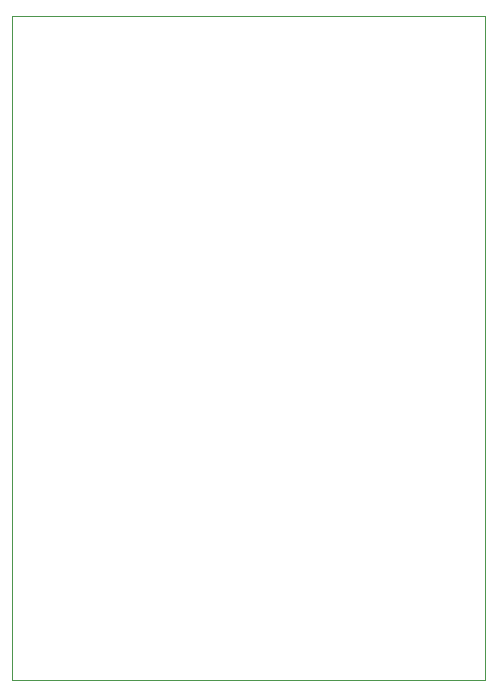
<source format=gm1>
%TF.GenerationSoftware,KiCad,Pcbnew,9.0.6*%
%TF.CreationDate,2025-12-05T19:41:49+01:00*%
%TF.ProjectId,balancingBoard,62616c61-6e63-4696-9e67-426f6172642e,rev?*%
%TF.SameCoordinates,Original*%
%TF.FileFunction,Profile,NP*%
%FSLAX46Y46*%
G04 Gerber Fmt 4.6, Leading zero omitted, Abs format (unit mm)*
G04 Created by KiCad (PCBNEW 9.0.6) date 2025-12-05 19:41:49*
%MOMM*%
%LPD*%
G01*
G04 APERTURE LIST*
%TA.AperFunction,Profile*%
%ADD10C,0.050000*%
%TD*%
G04 APERTURE END LIST*
D10*
X86000000Y-57000000D02*
X126000000Y-57000000D01*
X126000000Y-113200000D01*
X86000000Y-113200000D01*
X86000000Y-57000000D01*
M02*

</source>
